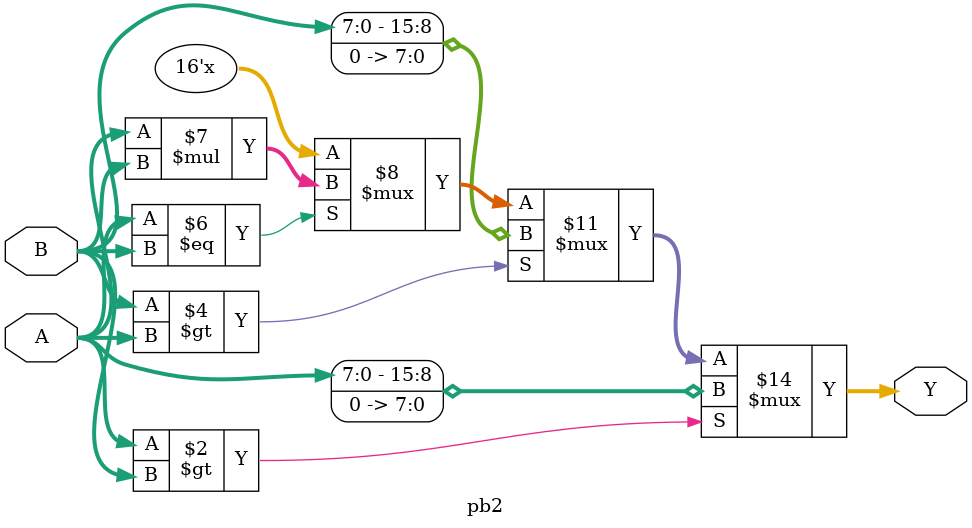
<source format=v>
module pb2(A, B, Y);

input [7:0] A, B;
output reg [15:0] Y;

always @(*) begin
	if(A > B) begin
		Y <= A << 8;
	end
	else if(B > A) begin
		Y <= B << 8;
	end
	else if(A == B) begin
		Y <= A * B;
	end
end

endmodule

</source>
